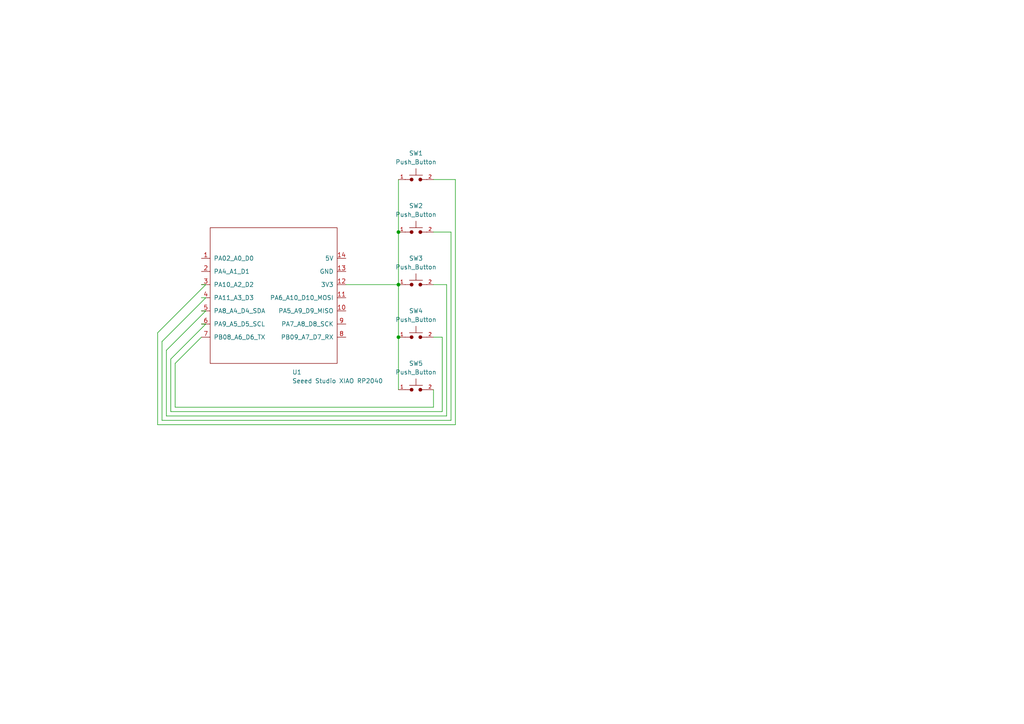
<source format=kicad_sch>
(kicad_sch
	(version 20231120)
	(generator "eeschema")
	(generator_version "8.0")
	(uuid "6e39b519-52bb-4c1a-b34a-2358115a3d73")
	(paper "A4")
	(lib_symbols
		(symbol "PCM_SL_Devices:Push_Button"
			(exclude_from_sim no)
			(in_bom yes)
			(on_board yes)
			(property "Reference" "SW"
				(at 0 6.35 0)
				(effects
					(font
						(size 1.27 1.27)
					)
				)
			)
			(property "Value" "Push_Button"
				(at 0 4.445 0)
				(effects
					(font
						(size 1.27 1.27)
					)
				)
			)
			(property "Footprint" "Button_Switch_THT:SW_PUSH_6mm"
				(at -0.127 -3.175 0)
				(effects
					(font
						(size 1.27 1.27)
					)
					(hide yes)
				)
			)
			(property "Datasheet" ""
				(at 0 0 0)
				(effects
					(font
						(size 1.27 1.27)
					)
					(hide yes)
				)
			)
			(property "Description" "Common 6mmx6mm Push Button"
				(at 0 0 0)
				(effects
					(font
						(size 1.27 1.27)
					)
					(hide yes)
				)
			)
			(property "ki_keywords" "Switch"
				(at 0 0 0)
				(effects
					(font
						(size 1.27 1.27)
					)
					(hide yes)
				)
			)
			(symbol "Push_Button_0_1"
				(circle
					(center -1.27 0)
					(radius 0.4579)
					(stroke
						(width 0)
						(type default)
					)
					(fill
						(type outline)
					)
				)
				(polyline
					(pts
						(xy -3.175 0) (xy -1.778 0)
					)
					(stroke
						(width 0)
						(type default)
					)
					(fill
						(type none)
					)
				)
				(polyline
					(pts
						(xy -1.905 1.27) (xy 1.905 1.27)
					)
					(stroke
						(width 0)
						(type default)
					)
					(fill
						(type none)
					)
				)
				(polyline
					(pts
						(xy 0 1.27) (xy 0 3.175)
					)
					(stroke
						(width 0)
						(type default)
					)
					(fill
						(type none)
					)
				)
				(polyline
					(pts
						(xy 1.778 0) (xy 3.175 0)
					)
					(stroke
						(width 0)
						(type default)
					)
					(fill
						(type none)
					)
				)
				(circle
					(center 1.27 0)
					(radius 0.4579)
					(stroke
						(width 0)
						(type default)
					)
					(fill
						(type outline)
					)
				)
			)
			(symbol "Push_Button_1_1"
				(pin passive line
					(at -5.08 0 0)
					(length 2)
					(name ""
						(effects
							(font
								(size 1.27 1.27)
							)
						)
					)
					(number "1"
						(effects
							(font
								(size 1 1)
							)
						)
					)
				)
				(pin passive line
					(at 5.08 0 180)
					(length 2)
					(name ""
						(effects
							(font
								(size 1.27 1.27)
							)
						)
					)
					(number "2"
						(effects
							(font
								(size 1 1)
							)
						)
					)
				)
			)
		)
		(symbol "Seeed_Studio_XIAO_Series:Seeed Studio XIAO SAMD21"
			(pin_names
				(offset 1.016)
			)
			(exclude_from_sim no)
			(in_bom yes)
			(on_board yes)
			(property "Reference" "U1"
				(at 4.7341 -21.59 0)
				(effects
					(font
						(size 1.27 1.27)
					)
					(justify left)
				)
			)
			(property "Value" "Seeed Studio XIAO RP2040"
				(at 4.7341 -24.13 0)
				(effects
					(font
						(size 1.27 1.27)
					)
					(justify left)
				)
			)
			(property "Footprint" "Seeed Studio XIAO Series Library:XIAO-RP2040-DIP"
				(at -8.89 5.08 0)
				(effects
					(font
						(size 1.27 1.27)
					)
					(hide yes)
				)
			)
			(property "Datasheet" ""
				(at -8.89 5.08 0)
				(effects
					(font
						(size 1.27 1.27)
					)
					(hide yes)
				)
			)
			(property "Description" ""
				(at 0 0 0)
				(effects
					(font
						(size 1.27 1.27)
					)
					(hide yes)
				)
			)
			(symbol "Seeed Studio XIAO SAMD21_0_1"
				(rectangle
					(start -19.05 20.32)
					(end 17.78 -19.05)
					(stroke
						(width 0)
						(type default)
					)
					(fill
						(type none)
					)
				)
			)
			(symbol "Seeed Studio XIAO SAMD21_1_1"
				(pin unspecified line
					(at -21.59 11.43 0)
					(length 2.54)
					(name "PA02_A0_D0"
						(effects
							(font
								(size 1.27 1.27)
							)
						)
					)
					(number "1"
						(effects
							(font
								(size 1.27 1.27)
							)
						)
					)
				)
				(pin unspecified line
					(at 20.32 -3.81 180)
					(length 2.54)
					(name "PA5_A9_D9_MISO"
						(effects
							(font
								(size 1.27 1.27)
							)
						)
					)
					(number "10"
						(effects
							(font
								(size 1.27 1.27)
							)
						)
					)
				)
				(pin unspecified line
					(at 20.32 0 180)
					(length 2.54)
					(name "PA6_A10_D10_MOSI"
						(effects
							(font
								(size 1.27 1.27)
							)
						)
					)
					(number "11"
						(effects
							(font
								(size 1.27 1.27)
							)
						)
					)
				)
				(pin unspecified line
					(at 20.32 3.81 180)
					(length 2.54)
					(name "3V3"
						(effects
							(font
								(size 1.27 1.27)
							)
						)
					)
					(number "12"
						(effects
							(font
								(size 1.27 1.27)
							)
						)
					)
				)
				(pin unspecified line
					(at 20.32 7.62 180)
					(length 2.54)
					(name "GND"
						(effects
							(font
								(size 1.27 1.27)
							)
						)
					)
					(number "13"
						(effects
							(font
								(size 1.27 1.27)
							)
						)
					)
				)
				(pin unspecified line
					(at 20.32 11.43 180)
					(length 2.54)
					(name "5V"
						(effects
							(font
								(size 1.27 1.27)
							)
						)
					)
					(number "14"
						(effects
							(font
								(size 1.27 1.27)
							)
						)
					)
				)
				(pin unspecified line
					(at -21.59 7.62 0)
					(length 2.54)
					(name "PA4_A1_D1"
						(effects
							(font
								(size 1.27 1.27)
							)
						)
					)
					(number "2"
						(effects
							(font
								(size 1.27 1.27)
							)
						)
					)
				)
				(pin unspecified line
					(at -21.59 3.81 0)
					(length 2.54)
					(name "PA10_A2_D2"
						(effects
							(font
								(size 1.27 1.27)
							)
						)
					)
					(number "3"
						(effects
							(font
								(size 1.27 1.27)
							)
						)
					)
				)
				(pin unspecified line
					(at -21.59 0 0)
					(length 2.54)
					(name "PA11_A3_D3"
						(effects
							(font
								(size 1.27 1.27)
							)
						)
					)
					(number "4"
						(effects
							(font
								(size 1.27 1.27)
							)
						)
					)
				)
				(pin unspecified line
					(at -21.59 -3.81 0)
					(length 2.54)
					(name "PA8_A4_D4_SDA"
						(effects
							(font
								(size 1.27 1.27)
							)
						)
					)
					(number "5"
						(effects
							(font
								(size 1.27 1.27)
							)
						)
					)
				)
				(pin unspecified line
					(at -21.59 -7.62 0)
					(length 2.54)
					(name "PA9_A5_D5_SCL"
						(effects
							(font
								(size 1.27 1.27)
							)
						)
					)
					(number "6"
						(effects
							(font
								(size 1.27 1.27)
							)
						)
					)
				)
				(pin unspecified line
					(at -21.59 -11.43 0)
					(length 2.54)
					(name "PB08_A6_D6_TX"
						(effects
							(font
								(size 1.27 1.27)
							)
						)
					)
					(number "7"
						(effects
							(font
								(size 1.27 1.27)
							)
						)
					)
				)
				(pin unspecified line
					(at 20.32 -11.43 180)
					(length 2.54)
					(name "PB09_A7_D7_RX"
						(effects
							(font
								(size 1.27 1.27)
							)
						)
					)
					(number "8"
						(effects
							(font
								(size 1.27 1.27)
							)
						)
					)
				)
				(pin unspecified line
					(at 20.32 -7.62 180)
					(length 2.54)
					(name "PA7_A8_D8_SCK"
						(effects
							(font
								(size 1.27 1.27)
							)
						)
					)
					(number "9"
						(effects
							(font
								(size 1.27 1.27)
							)
						)
					)
				)
			)
		)
	)
	(junction
		(at 115.57 67.31)
		(diameter 0)
		(color 0 0 0 0)
		(uuid "25dfdd84-69f6-4279-9cba-ec0de7216164")
	)
	(junction
		(at 115.57 82.55)
		(diameter 0)
		(color 0 0 0 0)
		(uuid "364a941b-0fa8-4aa1-ae77-598994b4e548")
	)
	(junction
		(at 115.57 97.79)
		(diameter 0)
		(color 0 0 0 0)
		(uuid "7e45b1fa-d19d-4422-be47-c5fb4507c80c")
	)
	(wire
		(pts
			(xy 49.53 119.38) (xy 49.53 104.14)
		)
		(stroke
			(width 0)
			(type default)
		)
		(uuid "075edad5-9ebd-40fd-8f8b-566c17465acd")
	)
	(wire
		(pts
			(xy 125.73 113.03) (xy 125.73 118.11)
		)
		(stroke
			(width 0)
			(type default)
		)
		(uuid "07bb6e85-d5c1-4592-9f9d-394d1166a4eb")
	)
	(wire
		(pts
			(xy 59.69 93.98) (xy 58.42 93.98)
		)
		(stroke
			(width 0)
			(type default)
		)
		(uuid "0fa1544a-984a-4475-b6f4-88c0014c2a08")
	)
	(wire
		(pts
			(xy 46.99 99.06) (xy 59.69 86.36)
		)
		(stroke
			(width 0)
			(type default)
		)
		(uuid "1a9b8418-8496-4520-a67d-3ddff2ab462a")
	)
	(wire
		(pts
			(xy 115.57 97.79) (xy 115.57 113.03)
		)
		(stroke
			(width 0)
			(type default)
		)
		(uuid "1eb98409-69f4-4491-a473-9a3ad4e54d9b")
	)
	(wire
		(pts
			(xy 125.73 52.07) (xy 132.08 52.07)
		)
		(stroke
			(width 0)
			(type default)
		)
		(uuid "2302a0e9-8f49-41f2-a4b8-92ff5df70f44")
	)
	(wire
		(pts
			(xy 46.99 121.92) (xy 130.81 121.92)
		)
		(stroke
			(width 0)
			(type default)
		)
		(uuid "23eddae3-3723-4326-a448-6c63395c41a3")
	)
	(wire
		(pts
			(xy 125.73 67.31) (xy 130.81 67.31)
		)
		(stroke
			(width 0)
			(type default)
		)
		(uuid "29fd1b73-38d8-43e0-84ba-d41980c7188f")
	)
	(wire
		(pts
			(xy 49.53 104.14) (xy 59.69 93.98)
		)
		(stroke
			(width 0)
			(type default)
		)
		(uuid "2c0476bd-63e4-462f-9ece-0ef924d75ea8")
	)
	(wire
		(pts
			(xy 48.26 120.65) (xy 48.26 101.6)
		)
		(stroke
			(width 0)
			(type default)
		)
		(uuid "2c8a1f6e-ff4f-4179-8ec2-22bd7504e01c")
	)
	(wire
		(pts
			(xy 45.72 123.19) (xy 45.72 96.52)
		)
		(stroke
			(width 0)
			(type default)
		)
		(uuid "47dc85e8-bca8-4684-acb7-f0853ac513c8")
	)
	(wire
		(pts
			(xy 115.57 67.31) (xy 115.57 82.55)
		)
		(stroke
			(width 0)
			(type default)
		)
		(uuid "4837dac7-4f19-4d02-bfcf-ce1e30ae0ef1")
	)
	(wire
		(pts
			(xy 100.33 82.55) (xy 115.57 82.55)
		)
		(stroke
			(width 0)
			(type default)
		)
		(uuid "4b77eff4-d0dc-408b-9f9f-bedac8205a6e")
	)
	(wire
		(pts
			(xy 50.8 118.11) (xy 125.73 118.11)
		)
		(stroke
			(width 0)
			(type default)
		)
		(uuid "54951089-bb0b-465f-aea0-bc74fbf01048")
	)
	(wire
		(pts
			(xy 59.69 86.36) (xy 58.42 86.36)
		)
		(stroke
			(width 0)
			(type default)
		)
		(uuid "5664d2bf-e132-4770-8a59-439bd49e6432")
	)
	(wire
		(pts
			(xy 132.08 52.07) (xy 132.08 123.19)
		)
		(stroke
			(width 0)
			(type default)
		)
		(uuid "6c4facd0-b676-4c8a-818b-77ae8b382e9a")
	)
	(wire
		(pts
			(xy 48.26 101.6) (xy 59.69 90.17)
		)
		(stroke
			(width 0)
			(type default)
		)
		(uuid "73291d83-9c4a-488b-9b50-25057fca94ce")
	)
	(wire
		(pts
			(xy 130.81 67.31) (xy 130.81 121.92)
		)
		(stroke
			(width 0)
			(type default)
		)
		(uuid "7b4820f7-05be-4263-8aef-402452ed90da")
	)
	(wire
		(pts
			(xy 59.69 82.55) (xy 58.42 82.55)
		)
		(stroke
			(width 0)
			(type default)
		)
		(uuid "881d21a0-945e-4b40-9b48-51d943588855")
	)
	(wire
		(pts
			(xy 45.72 123.19) (xy 132.08 123.19)
		)
		(stroke
			(width 0)
			(type default)
		)
		(uuid "8c1deb56-4592-40db-b3cf-79b3346c7ba6")
	)
	(wire
		(pts
			(xy 50.8 118.11) (xy 50.8 105.41)
		)
		(stroke
			(width 0)
			(type default)
		)
		(uuid "95a8abc0-469a-4a3e-a303-fb3b4773d6d4")
	)
	(wire
		(pts
			(xy 50.8 105.41) (xy 58.42 97.79)
		)
		(stroke
			(width 0)
			(type default)
		)
		(uuid "9ada4584-efdf-43d2-b34a-1cea0858dbc2")
	)
	(wire
		(pts
			(xy 125.73 97.79) (xy 128.27 97.79)
		)
		(stroke
			(width 0)
			(type default)
		)
		(uuid "9b905c14-479f-4821-9513-64adff0fa8d5")
	)
	(wire
		(pts
			(xy 129.54 82.55) (xy 129.54 120.65)
		)
		(stroke
			(width 0)
			(type default)
		)
		(uuid "9e43d6cc-1052-4d52-b6e1-5146198ace7e")
	)
	(wire
		(pts
			(xy 48.26 120.65) (xy 129.54 120.65)
		)
		(stroke
			(width 0)
			(type default)
		)
		(uuid "a1be4f77-cb1c-47c4-91d7-ca196c834579")
	)
	(wire
		(pts
			(xy 115.57 82.55) (xy 115.57 97.79)
		)
		(stroke
			(width 0)
			(type default)
		)
		(uuid "a8b56b5f-2c79-44d7-bdbd-d6c420c73921")
	)
	(wire
		(pts
			(xy 125.73 82.55) (xy 129.54 82.55)
		)
		(stroke
			(width 0)
			(type default)
		)
		(uuid "aa59f889-ffe4-42f6-9538-da0ab8808070")
	)
	(wire
		(pts
			(xy 115.57 52.07) (xy 115.57 67.31)
		)
		(stroke
			(width 0)
			(type default)
		)
		(uuid "ab68b283-777b-4ec4-81af-1eadced52365")
	)
	(wire
		(pts
			(xy 45.72 96.52) (xy 59.69 82.55)
		)
		(stroke
			(width 0)
			(type default)
		)
		(uuid "aee0b8aa-8a72-4a2e-ae1f-57395a0d6eaa")
	)
	(wire
		(pts
			(xy 46.99 121.92) (xy 46.99 99.06)
		)
		(stroke
			(width 0)
			(type default)
		)
		(uuid "c1f5fbb2-73f9-4251-8636-8bc85687274d")
	)
	(wire
		(pts
			(xy 128.27 97.79) (xy 128.27 119.38)
		)
		(stroke
			(width 0)
			(type default)
		)
		(uuid "c2dbee1e-32e4-472c-8dc0-2c411c7525f3")
	)
	(wire
		(pts
			(xy 49.53 119.38) (xy 128.27 119.38)
		)
		(stroke
			(width 0)
			(type default)
		)
		(uuid "db04500e-8ed1-4ccf-b95c-2c09f74bffa1")
	)
	(wire
		(pts
			(xy 59.69 90.17) (xy 58.42 90.17)
		)
		(stroke
			(width 0)
			(type default)
		)
		(uuid "f15c4f6e-ec16-4084-acd2-e5933f86775d")
	)
	(symbol
		(lib_id "PCM_SL_Devices:Push_Button")
		(at 120.65 97.79 0)
		(unit 1)
		(exclude_from_sim no)
		(in_bom yes)
		(on_board yes)
		(dnp no)
		(uuid "0df625f1-ade0-4ab2-9504-252864910702")
		(property "Reference" "SW4"
			(at 120.65 90.17 0)
			(effects
				(font
					(size 1.27 1.27)
				)
			)
		)
		(property "Value" "Push_Button"
			(at 120.65 92.71 0)
			(effects
				(font
					(size 1.27 1.27)
				)
			)
		)
		(property "Footprint" "PCM_Switch_Keyboard_Cherry_MX:SW_Cherry_MX_PCB_1.00u"
			(at 120.523 100.965 0)
			(effects
				(font
					(size 1.27 1.27)
				)
				(hide yes)
			)
		)
		(property "Datasheet" ""
			(at 120.65 97.79 0)
			(effects
				(font
					(size 1.27 1.27)
				)
				(hide yes)
			)
		)
		(property "Description" "Common 6mmx6mm Push Button"
			(at 120.65 97.79 0)
			(effects
				(font
					(size 1.27 1.27)
				)
				(hide yes)
			)
		)
		(pin "1"
			(uuid "8b875593-1580-49a4-b328-de20ca5c0f46")
		)
		(pin "2"
			(uuid "19dd1a39-ed6f-42e5-b198-7b353686d558")
		)
		(instances
			(project "PRISM Macro Pad"
				(path "/6e39b519-52bb-4c1a-b34a-2358115a3d73"
					(reference "SW4")
					(unit 1)
				)
			)
		)
	)
	(symbol
		(lib_id "PCM_SL_Devices:Push_Button")
		(at 120.65 113.03 0)
		(unit 1)
		(exclude_from_sim no)
		(in_bom yes)
		(on_board yes)
		(dnp no)
		(fields_autoplaced yes)
		(uuid "45d66657-43ad-4ce9-a69f-738ab92be99b")
		(property "Reference" "SW5"
			(at 120.65 105.41 0)
			(effects
				(font
					(size 1.27 1.27)
				)
			)
		)
		(property "Value" "Push_Button"
			(at 120.65 107.95 0)
			(effects
				(font
					(size 1.27 1.27)
				)
			)
		)
		(property "Footprint" "PCM_Switch_Keyboard_Cherry_MX:SW_Cherry_MX_PCB_1.00u"
			(at 120.523 116.205 0)
			(effects
				(font
					(size 1.27 1.27)
				)
				(hide yes)
			)
		)
		(property "Datasheet" ""
			(at 120.65 113.03 0)
			(effects
				(font
					(size 1.27 1.27)
				)
				(hide yes)
			)
		)
		(property "Description" "Common 6mmx6mm Push Button"
			(at 120.65 113.03 0)
			(effects
				(font
					(size 1.27 1.27)
				)
				(hide yes)
			)
		)
		(pin "1"
			(uuid "e07dfedd-5deb-4d5b-b1c8-7968a2b7cab1")
		)
		(pin "2"
			(uuid "4f64f60e-53be-4760-a7b6-5015c6be2720")
		)
		(instances
			(project "PRISM Macro Pad"
				(path "/6e39b519-52bb-4c1a-b34a-2358115a3d73"
					(reference "SW5")
					(unit 1)
				)
			)
		)
	)
	(symbol
		(lib_id "Seeed_Studio_XIAO_Series:Seeed Studio XIAO SAMD21")
		(at 80.01 86.36 0)
		(unit 1)
		(exclude_from_sim no)
		(in_bom yes)
		(on_board yes)
		(dnp no)
		(fields_autoplaced yes)
		(uuid "5a35f3d1-cfd8-4b74-983a-756c28833c07")
		(property "Reference" "U1"
			(at 84.7441 107.95 0)
			(effects
				(font
					(size 1.27 1.27)
				)
				(justify left)
			)
		)
		(property "Value" "Seeed Studio XIAO RP2040"
			(at 84.7441 110.49 0)
			(effects
				(font
					(size 1.27 1.27)
				)
				(justify left)
			)
		)
		(property "Footprint" "Seeed Studio XIAO Series Library:XIAO-RP2040-DIP"
			(at 71.12 81.28 0)
			(effects
				(font
					(size 1.27 1.27)
				)
				(hide yes)
			)
		)
		(property "Datasheet" ""
			(at 71.12 81.28 0)
			(effects
				(font
					(size 1.27 1.27)
				)
				(hide yes)
			)
		)
		(property "Description" ""
			(at 80.01 86.36 0)
			(effects
				(font
					(size 1.27 1.27)
				)
				(hide yes)
			)
		)
		(pin "10"
			(uuid "f534a7d5-0d82-4877-9c55-63014db2e1de")
		)
		(pin "7"
			(uuid "8834ac41-f534-48c7-91a9-1ffa75407e93")
		)
		(pin "8"
			(uuid "ac62780d-828a-4d15-aa41-7bb1773de569")
		)
		(pin "14"
			(uuid "4d448aba-e156-42b8-aa33-951bb04de6f9")
		)
		(pin "13"
			(uuid "3e854d05-2a46-4d74-ace0-04f4d1f48689")
		)
		(pin "2"
			(uuid "d2188a1b-859f-4a2d-a744-5626e657ad8a")
		)
		(pin "12"
			(uuid "0594a2cb-3dd5-40bf-8642-c32cb689984c")
		)
		(pin "3"
			(uuid "1737d8b3-2aac-4da1-b2ff-590c7975c1a5")
		)
		(pin "6"
			(uuid "4f97eac1-342c-4428-b3f0-1831578c44c1")
		)
		(pin "4"
			(uuid "2f8eafc5-6a23-420d-9138-2b3a30a2882b")
		)
		(pin "9"
			(uuid "e63424a7-ae09-4169-8ed6-433a4b6b794c")
		)
		(pin "1"
			(uuid "dd88b836-1377-4a34-96fb-dacb92b03c9d")
		)
		(pin "5"
			(uuid "e4b38ec5-1359-4e92-bc5e-4206eb422a51")
		)
		(pin "11"
			(uuid "2a6a6932-a688-454e-989f-7eb06a152714")
		)
		(instances
			(project ""
				(path "/6e39b519-52bb-4c1a-b34a-2358115a3d73"
					(reference "U1")
					(unit 1)
				)
			)
		)
	)
	(symbol
		(lib_id "PCM_SL_Devices:Push_Button")
		(at 120.65 67.31 0)
		(unit 1)
		(exclude_from_sim no)
		(in_bom yes)
		(on_board yes)
		(dnp no)
		(fields_autoplaced yes)
		(uuid "89e2d849-0312-4ce2-992f-1eddd11749ed")
		(property "Reference" "SW2"
			(at 120.65 59.69 0)
			(effects
				(font
					(size 1.27 1.27)
				)
			)
		)
		(property "Value" "Push_Button"
			(at 120.65 62.23 0)
			(effects
				(font
					(size 1.27 1.27)
				)
			)
		)
		(property "Footprint" "PCM_Switch_Keyboard_Cherry_MX:SW_Cherry_MX_PCB_1.00u"
			(at 120.523 70.485 0)
			(effects
				(font
					(size 1.27 1.27)
				)
				(hide yes)
			)
		)
		(property "Datasheet" ""
			(at 120.65 67.31 0)
			(effects
				(font
					(size 1.27 1.27)
				)
				(hide yes)
			)
		)
		(property "Description" "Common 6mmx6mm Push Button"
			(at 120.65 67.31 0)
			(effects
				(font
					(size 1.27 1.27)
				)
				(hide yes)
			)
		)
		(pin "1"
			(uuid "8256b8c2-98da-467b-8aac-97b0f5b387de")
		)
		(pin "2"
			(uuid "f6645d02-ddcc-4941-8a5d-08a48be03922")
		)
		(instances
			(project "PRISM Macro Pad"
				(path "/6e39b519-52bb-4c1a-b34a-2358115a3d73"
					(reference "SW2")
					(unit 1)
				)
			)
		)
	)
	(symbol
		(lib_id "PCM_SL_Devices:Push_Button")
		(at 120.65 82.55 0)
		(unit 1)
		(exclude_from_sim no)
		(in_bom yes)
		(on_board yes)
		(dnp no)
		(fields_autoplaced yes)
		(uuid "cef14d3f-3b6e-4aeb-85a2-a4397bee6be2")
		(property "Reference" "SW3"
			(at 120.65 74.93 0)
			(effects
				(font
					(size 1.27 1.27)
				)
			)
		)
		(property "Value" "Push_Button"
			(at 120.65 77.47 0)
			(effects
				(font
					(size 1.27 1.27)
				)
			)
		)
		(property "Footprint" "PCM_Switch_Keyboard_Cherry_MX:SW_Cherry_MX_PCB_1.00u"
			(at 120.523 85.725 0)
			(effects
				(font
					(size 1.27 1.27)
				)
				(hide yes)
			)
		)
		(property "Datasheet" ""
			(at 120.65 82.55 0)
			(effects
				(font
					(size 1.27 1.27)
				)
				(hide yes)
			)
		)
		(property "Description" "Common 6mmx6mm Push Button"
			(at 120.65 82.55 0)
			(effects
				(font
					(size 1.27 1.27)
				)
				(hide yes)
			)
		)
		(pin "1"
			(uuid "14e4ca26-fe0b-4089-817c-f1788e752cb2")
		)
		(pin "2"
			(uuid "df40e74f-194b-4221-87af-c6dddd0118a7")
		)
		(instances
			(project "PRISM Macro Pad"
				(path "/6e39b519-52bb-4c1a-b34a-2358115a3d73"
					(reference "SW3")
					(unit 1)
				)
			)
		)
	)
	(symbol
		(lib_id "PCM_SL_Devices:Push_Button")
		(at 120.65 52.07 0)
		(unit 1)
		(exclude_from_sim no)
		(in_bom yes)
		(on_board yes)
		(dnp no)
		(fields_autoplaced yes)
		(uuid "e68f4066-201c-4abc-82d0-cfa6cc000d87")
		(property "Reference" "SW1"
			(at 120.65 44.45 0)
			(effects
				(font
					(size 1.27 1.27)
				)
			)
		)
		(property "Value" "Push_Button"
			(at 120.65 46.99 0)
			(effects
				(font
					(size 1.27 1.27)
				)
			)
		)
		(property "Footprint" "PCM_Switch_Keyboard_Cherry_MX:SW_Cherry_MX_PCB_1.00u"
			(at 120.523 55.245 0)
			(effects
				(font
					(size 1.27 1.27)
				)
				(hide yes)
			)
		)
		(property "Datasheet" ""
			(at 120.65 52.07 0)
			(effects
				(font
					(size 1.27 1.27)
				)
				(hide yes)
			)
		)
		(property "Description" "Common 6mmx6mm Push Button"
			(at 120.65 52.07 0)
			(effects
				(font
					(size 1.27 1.27)
				)
				(hide yes)
			)
		)
		(pin "1"
			(uuid "8f22fb9b-4e2f-49b9-abdf-65631465e0c7")
		)
		(pin "2"
			(uuid "8de2b331-f563-4908-9c27-b70ed98e1007")
		)
		(instances
			(project ""
				(path "/6e39b519-52bb-4c1a-b34a-2358115a3d73"
					(reference "SW1")
					(unit 1)
				)
			)
		)
	)
	(sheet_instances
		(path "/"
			(page "1")
		)
	)
)

</source>
